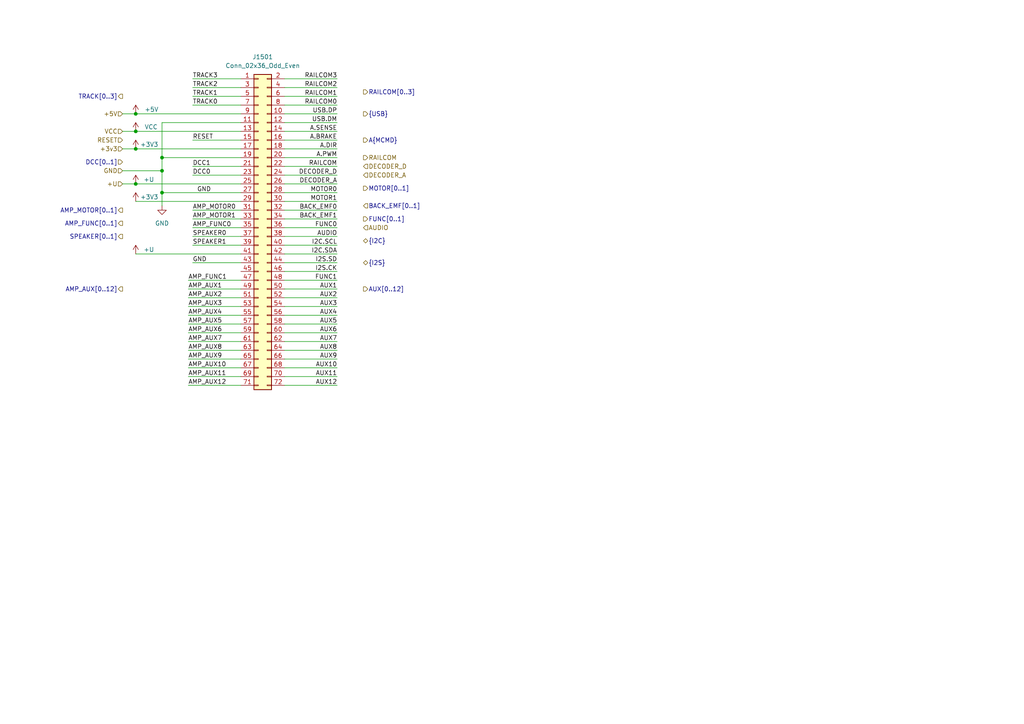
<source format=kicad_sch>
(kicad_sch (version 20231120) (generator "eeschema") (generator_version "8.0")
  (paper "A4")
  (lib_symbols
    (symbol "Connector_Generic:Conn_02x36_Odd_Even" (pin_names (offset 1.016) hide)
      (property "Reference" "J" (at 1.27 45.72 0))
      (property "Value" "Conn_02x36_Odd_Even" (at 1.27 -48.26 0))
      (symbol "Conn_02x36_Odd_Even_1_1"
        (rectangle (start -1.27 -45.593) (end 0 -45.847) (stroke (width 0.1524)))
        (rectangle (start -1.27 -43.053) (end 0 -43.307) (stroke (width 0.1524)))
        (rectangle (start -1.27 -40.513) (end 0 -40.767) (stroke (width 0.1524)))
        (rectangle (start -1.27 -37.973) (end 0 -38.227) (stroke (width 0.1524)))
        (rectangle (start -1.27 -35.433) (end 0 -35.687) (stroke (width 0.1524)))
        (rectangle (start -1.27 -32.893) (end 0 -33.147) (stroke (width 0.1524)))
        (rectangle (start -1.27 -30.353) (end 0 -30.607) (stroke (width 0.1524)))
        (rectangle (start -1.27 -27.813) (end 0 -28.067) (stroke (width 0.1524)))
        (rectangle (start -1.27 -25.273) (end 0 -25.527) (stroke (width 0.1524)))
        (rectangle (start -1.27 -22.733) (end 0 -22.987) (stroke (width 0.1524)))
        (rectangle (start -1.27 -20.193) (end 0 -20.447) (stroke (width 0.1524)))
        (rectangle (start -1.27 -17.653) (end 0 -17.907) (stroke (width 0.1524)))
        (rectangle (start -1.27 -15.113) (end 0 -15.367) (stroke (width 0.1524)))
        (rectangle (start -1.27 -12.573) (end 0 -12.827) (stroke (width 0.1524)))
        (rectangle (start -1.27 -10.033) (end 0 -10.287) (stroke (width 0.1524)))
        (rectangle (start -1.27 -7.493) (end 0 -7.747) (stroke (width 0.1524)))
        (rectangle (start -1.27 -4.953) (end 0 -5.207) (stroke (width 0.1524)))
        (rectangle (start -1.27 -2.413) (end 0 -2.667) (stroke (width 0.1524)))
        (rectangle (start -1.27 0.127) (end 0 -0.127) (stroke (width 0.1524)))
        (rectangle (start -1.27 2.667) (end 0 2.413) (stroke (width 0.1524)))
        (rectangle (start -1.27 5.207) (end 0 4.953) (stroke (width 0.1524)))
        (rectangle (start -1.27 7.747) (end 0 7.493) (stroke (width 0.1524)))
        (rectangle (start -1.27 10.287) (end 0 10.033) (stroke (width 0.1524)))
        (rectangle (start -1.27 12.827) (end 0 12.573) (stroke (width 0.1524)))
        (rectangle (start -1.27 15.367) (end 0 15.113) (stroke (width 0.1524)))
        (rectangle (start -1.27 17.907) (end 0 17.653) (stroke (width 0.1524)))
        (rectangle (start -1.27 20.447) (end 0 20.193) (stroke (width 0.1524)))
        (rectangle (start -1.27 22.987) (end 0 22.733) (stroke (width 0.1524)))
        (rectangle (start -1.27 25.527) (end 0 25.273) (stroke (width 0.1524)))
        (rectangle (start -1.27 28.067) (end 0 27.813) (stroke (width 0.1524)))
        (rectangle (start -1.27 30.607) (end 0 30.353) (stroke (width 0.1524)))
        (rectangle (start -1.27 33.147) (end 0 32.893) (stroke (width 0.1524)))
        (rectangle (start -1.27 35.687) (end 0 35.433) (stroke (width 0.1524)))
        (rectangle (start -1.27 38.227) (end 0 37.973) (stroke (width 0.1524)))
        (rectangle (start -1.27 40.767) (end 0 40.513) (stroke (width 0.1524)))
        (rectangle (start -1.27 43.307) (end 0 43.053) (stroke (width 0.1524)))
        (rectangle (start -1.27 44.45) (end 3.81 -46.99) (stroke (width 0.254)) (fill (type background)))
        (rectangle (start 3.81 -45.593) (end 2.54 -45.847) (stroke (width 0.1524)))
        (rectangle (start 3.81 -43.053) (end 2.54 -43.307) (stroke (width 0.1524)))
        (rectangle (start 3.81 -40.513) (end 2.54 -40.767) (stroke (width 0.1524)))
        (rectangle (start 3.81 -37.973) (end 2.54 -38.227) (stroke (width 0.1524)))
        (rectangle (start 3.81 -35.433) (end 2.54 -35.687) (stroke (width 0.1524)))
        (rectangle (start 3.81 -32.893) (end 2.54 -33.147) (stroke (width 0.1524)))
        (rectangle (start 3.81 -30.353) (end 2.54 -30.607) (stroke (width 0.1524)))
        (rectangle (start 3.81 -27.813) (end 2.54 -28.067) (stroke (width 0.1524)))
        (rectangle (start 3.81 -25.273) (end 2.54 -25.527) (stroke (width 0.1524)))
        (rectangle (start 3.81 -22.733) (end 2.54 -22.987) (stroke (width 0.1524)))
        (rectangle (start 3.81 -20.193) (end 2.54 -20.447) (stroke (width 0.1524)))
        (rectangle (start 3.81 -17.653) (end 2.54 -17.907) (stroke (width 0.1524)))
        (rectangle (start 3.81 -15.113) (end 2.54 -15.367) (stroke (width 0.1524)))
        (rectangle (start 3.81 -12.573) (end 2.54 -12.827) (stroke (width 0.1524)))
        (rectangle (start 3.81 -10.033) (end 2.54 -10.287) (stroke (width 0.1524)))
        (rectangle (start 3.81 -7.493) (end 2.54 -7.747) (stroke (width 0.1524)))
        (rectangle (start 3.81 -4.953) (end 2.54 -5.207) (stroke (width 0.1524)))
        (rectangle (start 3.81 -2.413) (end 2.54 -2.667) (stroke (width 0.1524)))
        (rectangle (start 3.81 0.127) (end 2.54 -0.127) (stroke (width 0.1524)))
        (rectangle (start 3.81 2.667) (end 2.54 2.413) (stroke (width 0.1524)))
        (rectangle (start 3.81 5.207) (end 2.54 4.953) (stroke (width 0.1524)))
        (rectangle (start 3.81 7.747) (end 2.54 7.493) (stroke (width 0.1524)))
        (rectangle (start 3.81 10.287) (end 2.54 10.033) (stroke (width 0.1524)))
        (rectangle (start 3.81 12.827) (end 2.54 12.573) (stroke (width 0.1524)))
        (rectangle (start 3.81 15.367) (end 2.54 15.113) (stroke (width 0.1524)))
        (rectangle (start 3.81 17.907) (end 2.54 17.653) (stroke (width 0.1524)))
        (rectangle (start 3.81 20.447) (end 2.54 20.193) (stroke (width 0.1524)))
        (rectangle (start 3.81 22.987) (end 2.54 22.733) (stroke (width 0.1524)))
        (rectangle (start 3.81 25.527) (end 2.54 25.273) (stroke (width 0.1524)))
        (rectangle (start 3.81 28.067) (end 2.54 27.813) (stroke (width 0.1524)))
        (rectangle (start 3.81 30.607) (end 2.54 30.353) (stroke (width 0.1524)))
        (rectangle (start 3.81 33.147) (end 2.54 32.893) (stroke (width 0.1524)))
        (rectangle (start 3.81 35.687) (end 2.54 35.433) (stroke (width 0.1524)))
        (rectangle (start 3.81 38.227) (end 2.54 37.973) (stroke (width 0.1524)))
        (rectangle (start 3.81 40.767) (end 2.54 40.513) (stroke (width 0.1524)))
        (rectangle (start 3.81 43.307) (end 2.54 43.053) (stroke (width 0.1524)))
        (pin passive line (at -5.08 43.18 0) (length 3.81) (name "Pin_1") (number "1"))
        (pin passive line (at 7.62 33.02 180) (length 3.81) (name "Pin_10") (number "10"))
        (pin passive line (at -5.08 30.48 0) (length 3.81) (name "Pin_11") (number "11"))
        (pin passive line (at 7.62 30.48 180) (length 3.81) (name "Pin_12") (number "12"))
        (pin passive line (at -5.08 27.94 0) (length 3.81) (name "Pin_13") (number "13"))
        (pin passive line (at 7.62 27.94 180) (length 3.81) (name "Pin_14") (number "14"))
        (pin passive line (at -5.08 25.4 0) (length 3.81) (name "Pin_15") (number "15"))
        (pin passive line (at 7.62 25.4 180) (length 3.81) (name "Pin_16") (number "16"))
        (pin passive line (at -5.08 22.86 0) (length 3.81) (name "Pin_17") (number "17"))
        (pin passive line (at 7.62 22.86 180) (length 3.81) (name "Pin_18") (number "18"))
        (pin passive line (at -5.08 20.32 0) (length 3.81) (name "Pin_19") (number "19"))
        (pin passive line (at 7.62 43.18 180) (length 3.81) (name "Pin_2") (number "2"))
        (pin passive line (at 7.62 20.32 180) (length 3.81) (name "Pin_20") (number "20"))
        (pin passive line (at -5.08 17.78 0) (length 3.81) (name "Pin_21") (number "21"))
        (pin passive line (at 7.62 17.78 180) (length 3.81) (name "Pin_22") (number "22"))
        (pin passive line (at -5.08 15.24 0) (length 3.81) (name "Pin_23") (number "23"))
        (pin passive line (at 7.62 15.24 180) (length 3.81) (name "Pin_24") (number "24"))
        (pin passive line (at -5.08 12.7 0) (length 3.81) (name "Pin_25") (number "25"))
        (pin passive line (at 7.62 12.7 180) (length 3.81) (name "Pin_26") (number "26"))
        (pin passive line (at -5.08 10.16 0) (length 3.81) (name "Pin_27") (number "27"))
        (pin passive line (at 7.62 10.16 180) (length 3.81) (name "Pin_28") (number "28"))
        (pin passive line (at -5.08 7.62 0) (length 3.81) (name "Pin_29") (number "29"))
        (pin passive line (at -5.08 40.64 0) (length 3.81) (name "Pin_3") (number "3"))
        (pin passive line (at 7.62 7.62 180) (length 3.81) (name "Pin_30") (number "30"))
        (pin passive line (at -5.08 5.08 0) (length 3.81) (name "Pin_31") (number "31"))
        (pin passive line (at 7.62 5.08 180) (length 3.81) (name "Pin_32") (number "32"))
        (pin passive line (at -5.08 2.54 0) (length 3.81) (name "Pin_33") (number "33"))
        (pin passive line (at 7.62 2.54 180) (length 3.81) (name "Pin_34") (number "34"))
        (pin passive line (at -5.08 0 0) (length 3.81) (name "Pin_35") (number "35"))
        (pin passive line (at 7.62 0 180) (length 3.81) (name "Pin_36") (number "36"))
        (pin passive line (at -5.08 -2.54 0) (length 3.81) (name "Pin_37") (number "37"))
        (pin passive line (at 7.62 -2.54 180) (length 3.81) (name "Pin_38") (number "38"))
        (pin passive line (at -5.08 -5.08 0) (length 3.81) (name "Pin_39") (number "39"))
        (pin passive line (at 7.62 40.64 180) (length 3.81) (name "Pin_4") (number "4"))
        (pin passive line (at 7.62 -5.08 180) (length 3.81) (name "Pin_40") (number "40"))
        (pin passive line (at -5.08 -7.62 0) (length 3.81) (name "Pin_41") (number "41"))
        (pin passive line (at 7.62 -7.62 180) (length 3.81) (name "Pin_42") (number "42"))
        (pin passive line (at -5.08 -10.16 0) (length 3.81) (name "Pin_43") (number "43"))
        (pin passive line (at 7.62 -10.16 180) (length 3.81) (name "Pin_44") (number "44"))
        (pin passive line (at -5.08 -12.7 0) (length 3.81) (name "Pin_45") (number "45"))
        (pin passive line (at 7.62 -12.7 180) (length 3.81) (name "Pin_46") (number "46"))
        (pin passive line (at -5.08 -15.24 0) (length 3.81) (name "Pin_47") (number "47"))
        (pin passive line (at 7.62 -15.24 180) (length 3.81) (name "Pin_48") (number "48"))
        (pin passive line (at -5.08 -17.78 0) (length 3.81) (name "Pin_49") (number "49"))
        (pin passive line (at -5.08 38.1 0) (length 3.81) (name "Pin_5") (number "5"))
        (pin passive line (at 7.62 -17.78 180) (length 3.81) (name "Pin_50") (number "50"))
        (pin passive line (at -5.08 -20.32 0) (length 3.81) (name "Pin_51") (number "51"))
        (pin passive line (at 7.62 -20.32 180) (length 3.81) (name "Pin_52") (number "52"))
        (pin passive line (at -5.08 -22.86 0) (length 3.81) (name "Pin_53") (number "53"))
        (pin passive line (at 7.62 -22.86 180) (length 3.81) (name "Pin_54") (number "54"))
        (pin passive line (at -5.08 -25.4 0) (length 3.81) (name "Pin_55") (number "55"))
        (pin passive line (at 7.62 -25.4 180) (length 3.81) (name "Pin_56") (number "56"))
        (pin passive line (at -5.08 -27.94 0) (length 3.81) (name "Pin_57") (number "57"))
        (pin passive line (at 7.62 -27.94 180) (length 3.81) (name "Pin_58") (number "58"))
        (pin passive line (at -5.08 -30.48 0) (length 3.81) (name "Pin_59") (number "59"))
        (pin passive line (at 7.62 38.1 180) (length 3.81) (name "Pin_6") (number "6"))
        (pin passive line (at 7.62 -30.48 180) (length 3.81) (name "Pin_60") (number "60"))
        (pin passive line (at -5.08 -33.02 0) (length 3.81) (name "Pin_61") (number "61"))
        (pin passive line (at 7.62 -33.02 180) (length 3.81) (name "Pin_62") (number "62"))
        (pin passive line (at -5.08 -35.56 0) (length 3.81) (name "Pin_63") (number "63"))
        (pin passive line (at 7.62 -35.56 180) (length 3.81) (name "Pin_64") (number "64"))
        (pin passive line (at -5.08 -38.1 0) (length 3.81) (name "Pin_65") (number "65"))
        (pin passive line (at 7.62 -38.1 180) (length 3.81) (name "Pin_66") (number "66"))
        (pin passive line (at -5.08 -40.64 0) (length 3.81) (name "Pin_67") (number "67"))
        (pin passive line (at 7.62 -40.64 180) (length 3.81) (name "Pin_68") (number "68"))
        (pin passive line (at -5.08 -43.18 0) (length 3.81) (name "Pin_69") (number "69"))
        (pin passive line (at -5.08 35.56 0) (length 3.81) (name "Pin_7") (number "7"))
        (pin passive line (at 7.62 -43.18 180) (length 3.81) (name "Pin_70") (number "70"))
        (pin passive line (at -5.08 -45.72 0) (length 3.81) (name "Pin_71") (number "71"))
        (pin passive line (at 7.62 -45.72 180) (length 3.81) (name "Pin_72") (number "72"))
        (pin passive line (at 7.62 35.56 180) (length 3.81) (name "Pin_8") (number "8"))
        (pin passive line (at -5.08 33.02 0) (length 3.81) (name "Pin_9") (number "9"))
      )
    )
    (symbol "power:+3V3" (power) (pin_names (offset 0))
      (property "Value" "+3V3" (at 0 3.556 0))
      (symbol "+3V3_0_1"
        (polyline (pts (xy -0.762 1.27) (xy 0 2.54)))
        (polyline (pts (xy 0 0) (xy 0 2.54)))
        (polyline (pts (xy 0 2.54) (xy 0.762 1.27)))
      )
      (symbol "+3V3_1_1"
        (pin power_in line (at 0 0 90) (length 0) hide (name "+3V3") (number "1"))
      )
    )
    (symbol "power:+5V" (power) (pin_names (offset 0))
      (property "Value" "+5V" (at 0 3.556 0))
      (symbol "+5V_0_1"
        (polyline (pts (xy -0.762 1.27) (xy 0 2.54)))
        (polyline (pts (xy 0 0) (xy 0 2.54)))
        (polyline (pts (xy 0 2.54) (xy 0.762 1.27)))
      )
      (symbol "+5V_1_1"
        (pin power_in line (at 0 0 90) (length 0) hide (name "+5V") (number "1"))
      )
    )
    (symbol "power:GND" (power) (pin_names (offset 0))
      (property "Value" "GND" (at 0 -3.81 0))
      (symbol "GND_0_1"
        (polyline (pts (xy 0 0) (xy 0 -1.27) (xy 1.27 -1.27) (xy 0 -2.54) (xy -1.27 -1.27) (xy 0 -1.27)))
      )
      (symbol "GND_1_1"
        (pin power_in line (at 0 0 270) (length 0) hide (name "GND") (number "1"))
      )
    )
    (symbol "power:VCC" (power) (pin_names (offset 0))
      (property "Value" "VCC" (at 0 3.81 0))
      (symbol "VCC_0_1"
        (polyline (pts (xy -0.762 1.27) (xy 0 2.54)))
        (polyline (pts (xy 0 0) (xy 0 2.54)))
        (polyline (pts (xy 0 2.54) (xy 0.762 1.27)))
      )
      (symbol "VCC_1_1"
        (pin power_in line (at 0 0 90) (length 0) hide (name "VCC") (number "1"))
      )
    )
  )
  (junction (at 46.99 55.88))
  (junction (at 46.99 45.72))
  (junction (at 39.37 33.02))
  (junction (at 39.37 38.1))
  (junction (at 39.37 43.18))
  (junction (at 39.37 53.34))
  (junction (at 46.99 49.53))
  (wire (pts (xy 39.37 58.42) (xy 69.85 58.42)))
  (wire (pts (xy 35.56 49.53) (xy 46.99 49.53)))
  (wire (pts (xy 54.61 86.36) (xy 69.85 86.36)))
  (wire (pts (xy 55.88 60.96) (xy 69.85 60.96)))
  (wire (pts (xy 39.37 53.34) (xy 69.85 53.34)))
  (wire (pts (xy 35.56 53.34) (xy 39.37 53.34)))
  (wire (pts (xy 39.37 38.1) (xy 69.85 38.1)))
  (wire (pts (xy 55.88 25.4) (xy 69.85 25.4)))
  (wire (pts (xy 54.61 106.68) (xy 69.85 106.68)))
  (wire (pts (xy 82.55 78.74) (xy 97.79 78.74)))
  (wire (pts (xy 54.61 104.14) (xy 69.85 104.14)))
  (wire (pts (xy 46.99 55.88) (xy 46.99 49.53)))
  (wire (pts (xy 46.99 45.72) (xy 69.85 45.72)))
  (wire (pts (xy 82.55 88.9) (xy 97.79 88.9)))
  (wire (pts (xy 82.55 50.8) (xy 97.79 50.8)))
  (wire (pts (xy 39.37 33.02) (xy 69.85 33.02)))
  (wire (pts (xy 82.55 83.82) (xy 97.79 83.82)))
  (wire (pts (xy 55.88 30.48) (xy 69.85 30.48)))
  (wire (pts (xy 82.55 68.58) (xy 97.79 68.58)))
  (wire (pts (xy 54.61 101.6) (xy 69.85 101.6)))
  (wire (pts (xy 55.88 63.5) (xy 69.85 63.5)))
  (wire (pts (xy 82.55 35.56) (xy 97.79 35.56)))
  (wire (pts (xy 82.55 73.66) (xy 97.79 73.66)))
  (wire (pts (xy 55.88 50.8) (xy 69.85 50.8)))
  (wire (pts (xy 82.55 45.72) (xy 97.79 45.72)))
  (wire (pts (xy 46.99 59.69) (xy 46.99 55.88)))
  (wire (pts (xy 54.61 91.44) (xy 69.85 91.44)))
  (wire (pts (xy 82.55 22.86) (xy 97.79 22.86)))
  (wire (pts (xy 82.55 71.12) (xy 97.79 71.12)))
  (wire (pts (xy 82.55 91.44) (xy 97.79 91.44)))
  (wire (pts (xy 82.55 60.96) (xy 97.79 60.96)))
  (wire (pts (xy 82.55 30.48) (xy 97.79 30.48)))
  (wire (pts (xy 82.55 55.88) (xy 97.79 55.88)))
  (wire (pts (xy 82.55 104.14) (xy 97.79 104.14)))
  (wire (pts (xy 46.99 49.53) (xy 46.99 45.72)))
  (wire (pts (xy 55.88 40.64) (xy 69.85 40.64)))
  (wire (pts (xy 82.55 40.64) (xy 97.79 40.64)))
  (wire (pts (xy 82.55 109.22) (xy 97.79 109.22)))
  (wire (pts (xy 82.55 81.28) (xy 97.79 81.28)))
  (wire (pts (xy 82.55 76.2) (xy 97.79 76.2)))
  (wire (pts (xy 82.55 93.98) (xy 97.79 93.98)))
  (wire (pts (xy 69.85 35.56) (xy 46.99 35.56)))
  (wire (pts (xy 82.55 33.02) (xy 97.79 33.02)))
  (wire (pts (xy 54.61 99.06) (xy 69.85 99.06)))
  (wire (pts (xy 82.55 96.52) (xy 97.79 96.52)))
  (wire (pts (xy 55.88 66.04) (xy 69.85 66.04)))
  (wire (pts (xy 55.88 71.12) (xy 69.85 71.12)))
  (wire (pts (xy 82.55 58.42) (xy 97.79 58.42)))
  (wire (pts (xy 82.55 27.94) (xy 97.79 27.94)))
  (wire (pts (xy 82.55 25.4) (xy 97.79 25.4)))
  (wire (pts (xy 82.55 99.06) (xy 97.79 99.06)))
  (wire (pts (xy 55.88 48.26) (xy 69.85 48.26)))
  (wire (pts (xy 82.55 66.04) (xy 97.79 66.04)))
  (wire (pts (xy 54.61 93.98) (xy 69.85 93.98)))
  (wire (pts (xy 82.55 86.36) (xy 97.79 86.36)))
  (wire (pts (xy 35.56 38.1) (xy 39.37 38.1)))
  (wire (pts (xy 54.61 88.9) (xy 69.85 88.9)))
  (wire (pts (xy 55.88 68.58) (xy 69.85 68.58)))
  (wire (pts (xy 82.55 38.1) (xy 97.79 38.1)))
  (wire (pts (xy 55.88 76.2) (xy 69.85 76.2)))
  (wire (pts (xy 39.37 73.66) (xy 69.85 73.66)))
  (wire (pts (xy 82.55 101.6) (xy 97.79 101.6)))
  (wire (pts (xy 35.56 33.02) (xy 39.37 33.02)))
  (wire (pts (xy 82.55 53.34) (xy 97.79 53.34)))
  (wire (pts (xy 82.55 63.5) (xy 97.79 63.5)))
  (wire (pts (xy 46.99 55.88) (xy 69.85 55.88)))
  (wire (pts (xy 54.61 96.52) (xy 69.85 96.52)))
  (wire (pts (xy 55.88 22.86) (xy 69.85 22.86)))
  (wire (pts (xy 54.61 109.22) (xy 69.85 109.22)))
  (wire (pts (xy 82.55 43.18) (xy 97.79 43.18)))
  (wire (pts (xy 54.61 111.76) (xy 69.85 111.76)))
  (wire (pts (xy 35.56 43.18) (xy 39.37 43.18)))
  (wire (pts (xy 82.55 106.68) (xy 97.79 106.68)))
  (wire (pts (xy 82.55 48.26) (xy 97.79 48.26)))
  (wire (pts (xy 46.99 35.56) (xy 46.99 45.72)))
  (wire (pts (xy 39.37 43.18) (xy 69.85 43.18)))
  (wire (pts (xy 55.88 27.94) (xy 69.85 27.94)))
  (wire (pts (xy 82.55 111.76) (xy 97.79 111.76)))
  (wire (pts (xy 54.61 81.28) (xy 69.85 81.28)))
  (wire (pts (xy 54.61 83.82) (xy 69.85 83.82)))
  (label "BACK_EMF1" (at 97.79 63.5 180))
  (label "I2C.SCL" (at 97.79 71.12 180))
  (label "AMP_AUX1" (at 54.61 83.82 0))
  (label "TRACK3" (at 55.88 22.86 0))
  (label "RAILCOM0" (at 97.79 30.48 180))
  (label "AUX3" (at 97.79 88.9 180))
  (label "AMP_AUX9" (at 54.61 104.14 0))
  (label "I2S.SD" (at 97.79 76.2 180))
  (label "AMP_AUX12" (at 54.61 111.76 0))
  (label "DCC0" (at 55.88 50.8 0))
  (label "USB.DP" (at 97.79 33.02 180))
  (label "GND" (at 57.15 55.88 0))
  (label "BACK_EMF0" (at 97.79 60.96 180))
  (label "AMP_AUX11" (at 54.61 109.22 0))
  (label "AMP_AUX2" (at 54.61 86.36 0))
  (label "DCC1" (at 55.88 48.26 0))
  (label "FUNC0" (at 97.79 66.04 180))
  (label "A.DIR" (at 97.79 43.18 180))
  (label "AUX8" (at 97.79 101.6 180))
  (label "DECODER_D" (at 97.79 50.8 180))
  (label "AMP_AUX5" (at 54.61 93.98 0))
  (label "MOTOR0" (at 97.79 55.88 180))
  (label "SPEAKER0" (at 55.88 68.58 0))
  (label "A.SENSE" (at 97.79 38.1 180))
  (label "RAILCOM" (at 97.79 48.26 180))
  (label "AMP_AUX10" (at 54.61 106.68 0))
  (label "I2S.CK" (at 97.79 78.74 180))
  (label "AUX1" (at 97.79 83.82 180))
  (label "RAILCOM2" (at 97.79 25.4 180))
  (label "AMP_AUX8" (at 54.61 101.6 0))
  (label "AMP_AUX7" (at 54.61 99.06 0))
  (label "AUX11" (at 97.79 109.22 180))
  (label "A.PWM" (at 97.79 45.72 180))
  (label "AMP_AUX6" (at 54.61 96.52 0))
  (label "AUX9" (at 97.79 104.14 180))
  (label "FUNC1" (at 97.79 81.28 180))
  (label "AMP_FUNC0" (at 55.88 66.04 0))
  (label "MOTOR1" (at 97.79 58.42 180))
  (label "AMP_AUX4" (at 54.61 91.44 0))
  (label "GND" (at 55.88 76.2 0))
  (label "AUX7" (at 97.79 99.06 180))
  (label "AMP_MOTOR0" (at 55.88 60.96 0))
  (label "RAILCOM3" (at 97.79 22.86 180))
  (label "AUDIO" (at 97.79 68.58 180))
  (label "AUX6" (at 97.79 96.52 180))
  (label "AMP_FUNC1" (at 54.61 81.28 0))
  (label "AUX10" (at 97.79 106.68 180))
  (label "AUX12" (at 97.79 111.76 180))
  (label "I2C.SDA" (at 97.79 73.66 180))
  (label "AUX4" (at 97.79 91.44 180))
  (label "AMP_MOTOR1" (at 55.88 63.5 0))
  (label "RESET" (at 55.88 40.64 0))
  (label "A.BRAKE" (at 97.79 40.64 180))
  (label "TRACK2" (at 55.88 25.4 0))
  (label "DECODER_A" (at 97.79 53.34 180))
  (label "SPEAKER1" (at 55.88 71.12 0))
  (label "USB.DM" (at 97.79 35.56 180))
  (label "TRACK0" (at 55.88 30.48 0))
  (label "AMP_AUX3" (at 54.61 88.9 0))
  (label "AUX2" (at 97.79 86.36 180))
  (label "AUX5" (at 97.79 93.98 180))
  (label "RAILCOM1" (at 97.79 27.94 180))
  (label "TRACK1" (at 55.88 27.94 0))
  (hierarchical_label "GND" (shape input) (at 35.56 49.53 180))
  (hierarchical_label "AUX[0..12]" (shape output) (at 105.41 83.82 0))
  (hierarchical_label "+U" (shape input) (at 35.56 53.34 180))
  (hierarchical_label "MOTOR[0..1]" (shape output) (at 105.41 54.61 0))
  (hierarchical_label "+5V" (shape input) (at 35.56 33.02 180))
  (hierarchical_label "{I2C}" (shape bidirectional) (at 105.41 69.85 0))
  (hierarchical_label "RAILCOM[0..3]" (shape output) (at 105.41 26.67 0))
  (hierarchical_label "FUNC[0..1]" (shape output) (at 105.41 63.5 0))
  (hierarchical_label "{USB}" (shape output) (at 105.41 33.02 0))
  (hierarchical_label "VCC" (shape input) (at 35.56 38.1 180))
  (hierarchical_label "{I2S}" (shape bidirectional) (at 105.41 76.2 0))
  (hierarchical_label "AMP_FUNC[0..1]" (shape output) (at 35.56 64.77 180))
  (hierarchical_label "DECODER_A" (shape input) (at 105.41 50.8 0))
  (hierarchical_label "DCC[0..1]" (shape input) (at 35.56 46.99 180))
  (hierarchical_label "BACK_EMF[0..1]" (shape input) (at 105.41 59.69 0))
  (hierarchical_label "TRACK[0..3]" (shape output) (at 35.56 27.94 180))
  (hierarchical_label "+3v3" (shape input) (at 35.56 43.18 180))
  (hierarchical_label "AMP_MOTOR[0..1]" (shape output) (at 35.56 60.96 180))
  (hierarchical_label "RESET" (shape input) (at 35.56 40.64 180))
  (hierarchical_label "A{MCMD}" (shape output) (at 105.41 40.64 0))
  (hierarchical_label "AMP_AUX[0..12]" (shape output) (at 35.56 83.82 180))
  (hierarchical_label "AUDIO" (shape input) (at 105.41 66.04 0))
  (hierarchical_label "SPEAKER[0..1]" (shape output) (at 35.56 68.58 180))
  (hierarchical_label "RAILCOM" (shape output) (at 105.41 45.72 0))
  (hierarchical_label "DECODER_D" (shape input) (at 105.41 48.26 0))
  (symbol (lib_id "power:+3V3") (at 39.37 43.18 0) (unit 1)
    (property "Reference" "#PWR01503" (effects (hide yes)))
    (property "Value" "+3V3" (at 40.64 41.91 0) (effects (justify left)))
    (property "Description" "Power symbol creates a global label with name \"+3V3\"" (effects (hide yes)))
    (instances (project "xDuinoRail-Backplane-Arduino-Light" (path "" (reference "#PWR01503") (unit 1)) (path "" (reference "#PWR01603") (unit 1))))
  )
  (symbol (lib_id "power:GND") (at 46.99 59.69 0) (unit 1)
    (property "Reference" "#PWR01507" (effects (hide yes)))
    (property "Value" "GND" (at 46.99 64.77 0))
    (property "Description" "Power symbol creates a global label with name \"GND\" , ground" (effects (hide yes)))
    (instances (project "xDuinoRail-Backplane-Arduino-Light" (path "" (reference "#PWR01507") (unit 1)) (path "" (reference "#PWR01607") (unit 1))))
  )
  (symbol (lib_id "power:+5V") (at 39.37 33.02 0) (unit 1)
    (property "Reference" "#PWR01501" (effects (hide yes)))
    (property "Value" "+5V" (at 41.91 31.7499 0) (effects (justify left)))
    (property "Description" "Power symbol creates a global label with name \"+5V\"" (effects (hide yes)))
    (instances (project "xDuinoRail-Backplane-Arduino-Light" (path "" (reference "#PWR01501") (unit 1)) (path "" (reference "#PWR01601") (unit 1))))
  )
  (symbol (lib_id "power:+5V") (at 39.37 73.66 0) (unit 1)
    (property "Reference" "#PWR01506" (effects (hide yes)))
    (property "Value" "+U" (at 43.18 72.39 0))
    (property "Description" "Power symbol creates a global label with name \"+5V\"" (effects (hide yes)))
    (instances (project "xDuinoRail-Backplane-Arduino-Light" (path "" (reference "#PWR01506") (unit 1)) (path "" (reference "#PWR01606") (unit 1))))
  )
  (symbol (lib_id "power:+5V") (at 39.37 53.34 0) (unit 1)
    (property "Reference" "#PWR01504" (effects (hide yes)))
    (property "Value" "+U" (at 43.18 52.07 0))
    (property "Description" "Power symbol creates a global label with name \"+5V\"" (effects (hide yes)))
    (instances (project "xDuinoRail-Backplane-Arduino-Light" (path "" (reference "#PWR01504") (unit 1)) (path "" (reference "#PWR01604") (unit 1))))
  )
  (symbol (lib_id "power:VCC") (at 39.37 38.1 0) (unit 1)
    (property "Reference" "#PWR01502" (effects (hide yes)))
    (property "Value" "VCC" (at 41.91 36.8299 0) (effects (justify left)))
    (property "Description" "Power symbol creates a global label with name \"VCC\"" (effects (hide yes)))
    (instances (project "xDuinoRail-Backplane-Arduino-Light" (path "" (reference "#PWR01502") (unit 1)) (path "" (reference "#PWR01602") (unit 1))))
  )
  (symbol (lib_id "power:+3V3") (at 39.37 58.42 0) (unit 1)
    (property "Reference" "#PWR01505" (effects (hide yes)))
    (property "Value" "+3V3" (at 40.64 57.15 0) (effects (justify left)))
    (property "Description" "Power symbol creates a global label with name \"+3V3\"" (effects (hide yes)))
    (instances (project "xDuinoRail-Backplane-Arduino-Light" (path "" (reference "#PWR01505") (unit 1)) (path "" (reference "#PWR01605") (unit 1))))
  )
  (symbol (lib_id "Connector_Generic:Conn_02x36_Odd_Even") (at 74.93 66.04 0) (unit 1)
    (property "Reference" "J1501" (at 76.2 16.51 0))
    (property "Value" "Conn_02x36_Odd_Even" (at 76.2 19.05 0))
    (property "Footprint" "Connector_PinSocket_2.54mm:PinSocket_2x36_P2.54mm_Vertical" (effects (hide yes)))
    (property "Description" "Generic connector, double row, 02x36, odd/even pin numbering scheme (row 1 odd numbers, row 2 even numbers), script generated (kicad-library-utils/schlib/autogen/connector/)" (effects (hide yes)))
    (instances (project "xDuinoRail-Backplane-Arduino-Light" (path "" (reference "J1501") (unit 1)) (path "" (reference "J1601") (unit 1))))
  )
)
</source>
